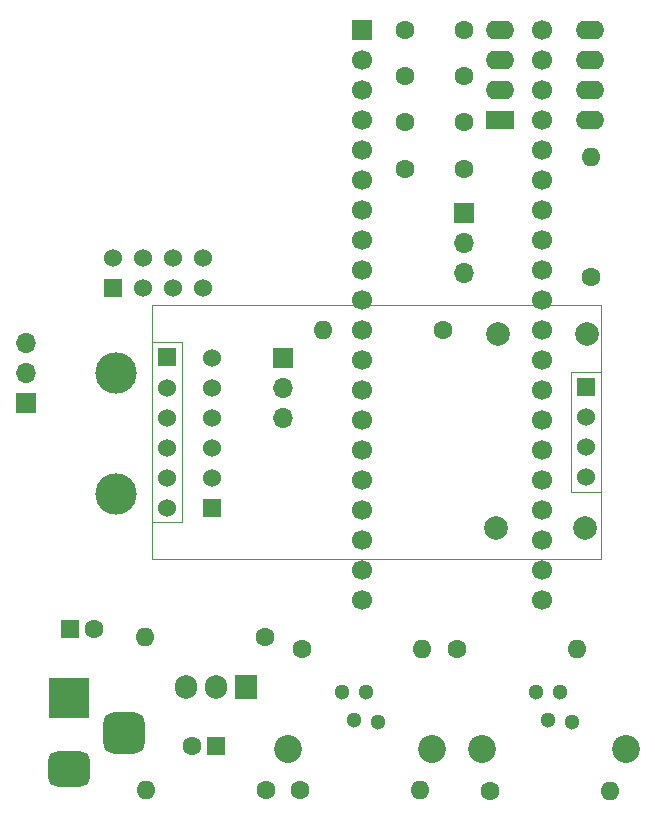
<source format=gbr>
G04 #@! TF.GenerationSoftware,KiCad,Pcbnew,(6.0.4)*
G04 #@! TF.CreationDate,2023-10-14T22:59:34+07:00*
G04 #@! TF.ProjectId,09-Prototype-Final-BugFixing,30392d50-726f-4746-9f74-7970652d4669,rev?*
G04 #@! TF.SameCoordinates,Original*
G04 #@! TF.FileFunction,Soldermask,Bot*
G04 #@! TF.FilePolarity,Negative*
%FSLAX46Y46*%
G04 Gerber Fmt 4.6, Leading zero omitted, Abs format (unit mm)*
G04 Created by KiCad (PCBNEW (6.0.4)) date 2023-10-14 22:59:34*
%MOMM*%
%LPD*%
G01*
G04 APERTURE LIST*
G04 Aperture macros list*
%AMRoundRect*
0 Rectangle with rounded corners*
0 $1 Rounding radius*
0 $2 $3 $4 $5 $6 $7 $8 $9 X,Y pos of 4 corners*
0 Add a 4 corners polygon primitive as box body*
4,1,4,$2,$3,$4,$5,$6,$7,$8,$9,$2,$3,0*
0 Add four circle primitives for the rounded corners*
1,1,$1+$1,$2,$3*
1,1,$1+$1,$4,$5*
1,1,$1+$1,$6,$7*
1,1,$1+$1,$8,$9*
0 Add four rect primitives between the rounded corners*
20,1,$1+$1,$2,$3,$4,$5,0*
20,1,$1+$1,$4,$5,$6,$7,0*
20,1,$1+$1,$6,$7,$8,$9,0*
20,1,$1+$1,$8,$9,$2,$3,0*%
G04 Aperture macros list end*
%ADD10C,0.120000*%
%ADD11C,2.360000*%
%ADD12C,1.300000*%
%ADD13C,1.600000*%
%ADD14O,1.600000X1.600000*%
%ADD15R,1.600000X1.600000*%
%ADD16R,3.500000X3.500000*%
%ADD17RoundRect,0.750000X1.000000X-0.750000X1.000000X0.750000X-1.000000X0.750000X-1.000000X-0.750000X0*%
%ADD18RoundRect,0.875000X0.875000X-0.875000X0.875000X0.875000X-0.875000X0.875000X-0.875000X-0.875000X0*%
%ADD19R,1.700000X1.700000*%
%ADD20O,1.700000X1.700000*%
%ADD21C,3.500000*%
%ADD22R,1.524000X1.524000*%
%ADD23C,1.524000*%
%ADD24R,1.905000X2.000000*%
%ADD25O,1.905000X2.000000*%
%ADD26C,1.700000*%
%ADD27R,2.400000X1.600000*%
%ADD28O,2.400000X1.600000*%
%ADD29C,2.000000*%
G04 APERTURE END LIST*
D10*
G04 #@! TO.C,U2*
X200780000Y-72080000D02*
X198240000Y-72080000D01*
X198240000Y-72080000D02*
X198240000Y-82240000D01*
X198240000Y-82240000D02*
X200780000Y-82240000D01*
X200780000Y-82240000D02*
X200780000Y-72080000D01*
X200780000Y-66410000D02*
X162780000Y-66410000D01*
X162780000Y-66410000D02*
X162780000Y-87910000D01*
X162780000Y-87910000D02*
X200780000Y-87910000D01*
X200780000Y-87910000D02*
X200780000Y-66410000D01*
X162780000Y-69540000D02*
X165320000Y-69540000D01*
X165320000Y-69540000D02*
X165320000Y-84780000D01*
X165320000Y-84780000D02*
X162780000Y-84780000D01*
X162780000Y-84780000D02*
X162780000Y-69540000D01*
G04 #@! TD*
D11*
G04 #@! TO.C,J5*
X202910000Y-103960000D03*
X190710000Y-103960000D03*
D12*
X195285000Y-99120000D03*
X197320000Y-99120000D03*
X196300000Y-101560000D03*
X198335000Y-101660000D03*
G04 #@! TD*
D13*
G04 #@! TO.C,R7*
X172390000Y-94530000D03*
D14*
X162230000Y-94530000D03*
G04 #@! TD*
D15*
G04 #@! TO.C,C7*
X155864888Y-93810000D03*
D13*
X157864888Y-93810000D03*
G04 #@! TD*
D16*
G04 #@! TO.C,J1*
X155760500Y-99664000D03*
D17*
X155760500Y-105664000D03*
D18*
X160460500Y-102664000D03*
G04 #@! TD*
D19*
G04 #@! TO.C,J2*
X152105000Y-74655000D03*
D20*
X152105000Y-72115000D03*
X152105000Y-69575000D03*
G04 #@! TD*
D21*
G04 #@! TO.C,U5*
X159740000Y-72130000D03*
X159740000Y-82370000D03*
D22*
X167890000Y-83600000D03*
D23*
X167890000Y-73440000D03*
X167890000Y-81060000D03*
X167890000Y-78520000D03*
X167890000Y-75980000D03*
X167890000Y-70900000D03*
G04 #@! TD*
D24*
G04 #@! TO.C,U6*
X170730000Y-98725000D03*
D25*
X168190000Y-98725000D03*
X165650000Y-98725000D03*
G04 #@! TD*
D11*
G04 #@! TO.C,J4*
X186490000Y-103960000D03*
X174290000Y-103960000D03*
D12*
X178865000Y-99120000D03*
X180900000Y-99120000D03*
X179880000Y-101560000D03*
X181915000Y-101660000D03*
G04 #@! TD*
D22*
G04 #@! TO.C,U3*
X159510000Y-64990000D03*
D23*
X159510000Y-62450000D03*
X162050000Y-64990000D03*
X162050000Y-62450000D03*
X164590000Y-64990000D03*
X164590000Y-62450000D03*
X167130000Y-64990000D03*
X167130000Y-62450000D03*
G04 #@! TD*
D13*
G04 #@! TO.C,R8*
X172470000Y-107440000D03*
D14*
X162310000Y-107440000D03*
G04 #@! TD*
D19*
G04 #@! TO.C,U1*
X180610000Y-43080000D03*
D26*
X180610000Y-45620000D03*
X180610000Y-48160000D03*
X180610000Y-50700000D03*
X180610000Y-53240000D03*
X180610000Y-55780000D03*
X180610000Y-58320000D03*
X180610000Y-60860000D03*
X180610000Y-63400000D03*
X180610000Y-65940000D03*
X180610000Y-68480000D03*
X180610000Y-71020000D03*
X180610000Y-73560000D03*
X180610000Y-76100000D03*
X180610000Y-78640000D03*
X180610000Y-81180000D03*
X180610000Y-83720000D03*
X180610000Y-86260000D03*
X180610000Y-88800000D03*
X180610000Y-91340000D03*
X195850000Y-91340000D03*
X195850000Y-88800000D03*
X195850000Y-86260000D03*
X195850000Y-83720000D03*
X195850000Y-81180000D03*
X195850000Y-78640000D03*
X195850000Y-76100000D03*
X195850000Y-73560000D03*
X195850000Y-71020000D03*
X195850000Y-68480000D03*
X195850000Y-65940000D03*
X195850000Y-63400000D03*
X195850000Y-60860000D03*
X195850000Y-58320000D03*
X195850000Y-55780000D03*
X195850000Y-53240000D03*
X195850000Y-50700000D03*
X195850000Y-48160000D03*
X195850000Y-45620000D03*
X195850000Y-43080000D03*
G04 #@! TD*
D13*
G04 #@! TO.C,C5*
X184250000Y-54840000D03*
X189250000Y-54840000D03*
G04 #@! TD*
D27*
G04 #@! TO.C,U4*
X192285000Y-50700000D03*
D28*
X192285000Y-48160000D03*
X192285000Y-45620000D03*
X192285000Y-43080000D03*
X199905000Y-43080000D03*
X199905000Y-45620000D03*
X199905000Y-48160000D03*
X199905000Y-50700000D03*
G04 #@! TD*
D29*
G04 #@! TO.C,C1*
X199630000Y-68870000D03*
X192130000Y-68870000D03*
G04 #@! TD*
D13*
G04 #@! TO.C,C4*
X184250000Y-50920000D03*
X189250000Y-50920000D03*
G04 #@! TD*
G04 #@! TO.C,C2*
X184260000Y-43080000D03*
X189260000Y-43080000D03*
G04 #@! TD*
D15*
G04 #@! TO.C,C8*
X168190000Y-103720000D03*
D13*
X166190000Y-103720000D03*
G04 #@! TD*
G04 #@! TO.C,R6*
X187400000Y-68480000D03*
D14*
X177240000Y-68480000D03*
G04 #@! TD*
D19*
G04 #@! TO.C,J3*
X189240000Y-58580000D03*
D20*
X189240000Y-61120000D03*
X189240000Y-63660000D03*
G04 #@! TD*
D13*
G04 #@! TO.C,R4*
X200000000Y-64010000D03*
D14*
X200000000Y-53850000D03*
G04 #@! TD*
D22*
G04 #@! TO.C,U2*
X199510000Y-73350000D03*
D23*
X199510000Y-75890000D03*
X199510000Y-78430000D03*
X199510000Y-80970000D03*
D22*
X164050000Y-70810000D03*
D23*
X164050000Y-73430000D03*
X164050000Y-78510000D03*
X164050000Y-75970000D03*
X164050000Y-81050000D03*
X164050000Y-83590000D03*
G04 #@! TD*
D13*
G04 #@! TO.C,R3*
X188640000Y-95480000D03*
D14*
X198800000Y-95480000D03*
G04 #@! TD*
D13*
G04 #@! TO.C,R5*
X191400000Y-107540000D03*
D14*
X201560000Y-107540000D03*
G04 #@! TD*
D29*
G04 #@! TO.C,C6*
X199440000Y-85250000D03*
X191940000Y-85250000D03*
G04 #@! TD*
D13*
G04 #@! TO.C,R1*
X175510000Y-95490000D03*
D14*
X185670000Y-95490000D03*
G04 #@! TD*
D19*
G04 #@! TO.C,J6*
X173925000Y-70875000D03*
D20*
X173925000Y-73415000D03*
X173925000Y-75955000D03*
G04 #@! TD*
D13*
G04 #@! TO.C,R2*
X175310000Y-107460000D03*
D14*
X185470000Y-107460000D03*
G04 #@! TD*
D13*
G04 #@! TO.C,C3*
X184260000Y-46990000D03*
X189260000Y-46990000D03*
G04 #@! TD*
M02*

</source>
